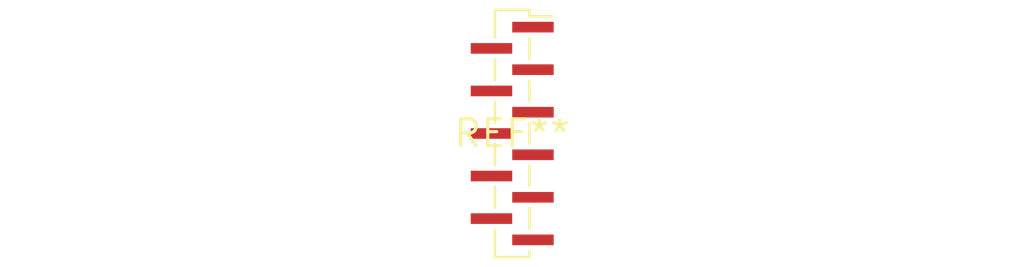
<source format=kicad_pcb>
(kicad_pcb (version 20240108) (generator pcbnew)
  (layers (0 "F.Cu" signal) (31 "B.Cu" signal) (34 "B.Paste" user) (35 "F.Paste" user) (36 "B.SilkS" user "B.Silkscreen") (37 "F.SilkS" user "F.Silkscreen") (38 "B.Mask" user) (39 "F.Mask" user) (44 "Edge.Cuts" user))
  (net 0 "")
  (footprint "PinSocket_1x11_P1.00mm_Vertical_SMD_Pin1Right" (layer "F.Cu") (at 0 0)
    (property "Reference" "REF**")
    (property "Value" "PinSocket_1x11_P1.00mm_Vertical_SMD_Pin1Right")
    (fp_line (start -0.81 -5.81) (end -0.81 -4.51) (layer "F.SilkS") (stroke (width 0.12)))
    (fp_line (start -0.81 -5.81) (end 0.81 -5.81) (layer "F.SilkS") (stroke (width 0.12)))
    (fp_line (start -0.81 -3.49) (end -0.81 -2.51) (layer "F.SilkS") (stroke (width 0.12)))
    (fp_line (start -0.81 -1.49) (end -0.81 -0.51) (layer "F.SilkS") (stroke (width 0.12)))
    (fp_line (start -0.81 0.51) (end -0.81 1.49) (layer "F.SilkS") (stroke (width 0.12)))
    (fp_line (start -0.81 2.51) (end -0.81 3.49) (layer "F.SilkS") (stroke (width 0.12)))
    (fp_line (start -0.81 4.51) (end -0.81 5.81) (layer "F.SilkS") (stroke (width 0.12)))
    (fp_line (start -0.81 5.81) (end 0.81 5.81) (layer "F.SilkS") (stroke (width 0.12)))
    (fp_line (start 0.81 -5.81) (end 0.81 -5.51) (layer "F.SilkS") (stroke (width 0.12)))
    (fp_line (start 0.81 -5.51) (end 1.89 -5.51) (layer "F.SilkS") (stroke (width 0.12)))
    (fp_line (start 0.81 -4.49) (end 0.81 -3.51) (layer "F.SilkS") (stroke (width 0.12)))
    (fp_line (start 0.81 -2.49) (end 0.81 -1.51) (layer "F.SilkS") (stroke (width 0.12)))
    (fp_line (start 0.81 -0.49) (end 0.81 0.49) (layer "F.SilkS") (stroke (width 0.12)))
    (fp_line (start 0.81 1.51) (end 0.81 2.49) (layer "F.SilkS") (stroke (width 0.12)))
    (fp_line (start 0.81 3.51) (end 0.81 4.49) (layer "F.SilkS") (stroke (width 0.12)))
    (fp_line (start 0.81 5.51) (end 0.81 5.81) (layer "F.SilkS") (stroke (width 0.12)))
    (pad "1" smd rect (at 0.975 -5) (size 1.95 0.5) (layers "F.Cu" "F.Paste" "F.Mask"))
    (pad "2" smd rect (at -0.975 -4) (size 1.95 0.5) (layers "F.Cu" "F.Paste" "F.Mask"))
    (pad "3" smd rect (at 0.975 -3) (size 1.95 0.5) (layers "F.Cu" "F.Paste" "F.Mask"))
    (pad "4" smd rect (at -0.975 -2) (size 1.95 0.5) (layers "F.Cu" "F.Paste" "F.Mask"))
    (pad "5" smd rect (at 0.975 -1) (size 1.95 0.5) (layers "F.Cu" "F.Paste" "F.Mask"))
    (pad "6" smd rect (at -0.975 0) (size 1.95 0.5) (layers "F.Cu" "F.Paste" "F.Mask"))
    (pad "7" smd rect (at 0.975 1) (size 1.95 0.5) (layers "F.Cu" "F.Paste" "F.Mask"))
    (pad "8" smd rect (at -0.975 2) (size 1.95 0.5) (layers "F.Cu" "F.Paste" "F.Mask"))
    (pad "9" smd rect (at 0.975 3) (size 1.95 0.5) (layers "F.Cu" "F.Paste" "F.Mask"))
    (pad "10" smd rect (at -0.975 4) (size 1.95 0.5) (layers "F.Cu" "F.Paste" "F.Mask"))
    (pad "11" smd rect (at 0.975 5) (size 1.95 0.5) (layers "F.Cu" "F.Paste" "F.Mask"))
  )
)
</source>
